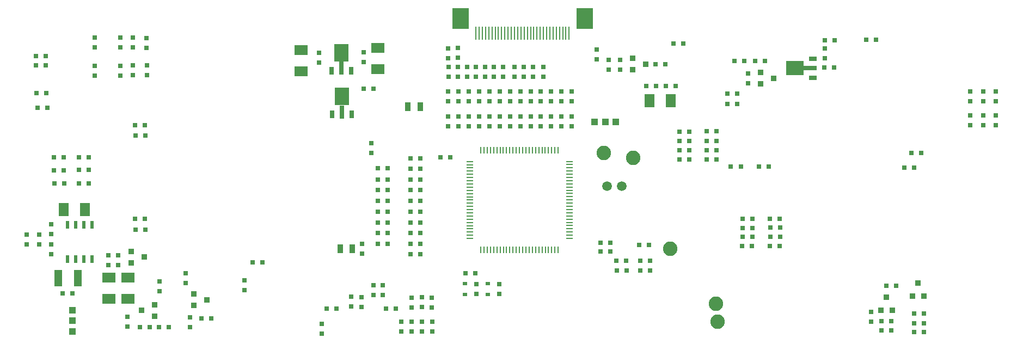
<source format=gtp>
G04 (created by PCBNEW-RS274X (2011-07-08 BZR 3044)-stable) date 27/07/2011 21:07:09*
G01*
G70*
G90*
%MOIN*%
G04 Gerber Fmt 3.4, Leading zero omitted, Abs format*
%FSLAX34Y34*%
G04 APERTURE LIST*
%ADD10C,0.006000*%
%ADD11R,0.035000X0.055000*%
%ADD12R,0.080000X0.060000*%
%ADD13R,0.025000X0.031500*%
%ADD14R,0.031500X0.025000*%
%ADD15R,0.060000X0.080000*%
%ADD16C,0.088600*%
%ADD17R,0.036000X0.036000*%
%ADD18R,0.040000X0.010000*%
%ADD19R,0.010000X0.040000*%
%ADD20R,0.010000X0.080000*%
%ADD21R,0.100000X0.130000*%
%ADD22R,0.027600X0.047200*%
%ADD23R,0.027600X0.078700*%
%ADD24R,0.086600X0.110300*%
%ADD25R,0.020000X0.045000*%
%ADD26R,0.050000X0.100000*%
%ADD27R,0.039400X0.039400*%
%ADD28R,0.047200X0.027600*%
%ADD29R,0.078700X0.027600*%
%ADD30R,0.110300X0.086600*%
%ADD31C,0.059100*%
%ADD32R,0.031500X0.023600*%
G04 APERTURE END LIST*
G54D10*
G54D11*
X34342Y-27756D03*
X33592Y-27756D03*
G54D12*
X31197Y-15590D03*
X31197Y-16890D03*
X35902Y-15472D03*
X35902Y-16772D03*
G54D11*
X38505Y-19065D03*
X37755Y-19065D03*
G54D13*
X36510Y-27450D03*
X35910Y-27450D03*
X36510Y-26800D03*
X35910Y-26800D03*
X36510Y-24832D03*
X35910Y-24832D03*
X36510Y-23523D03*
X35910Y-23523D03*
G54D14*
X35039Y-15713D03*
X35039Y-16313D03*
G54D13*
X36510Y-26151D03*
X35910Y-26151D03*
X36510Y-25491D03*
X35910Y-25491D03*
X36510Y-24173D03*
X35910Y-24173D03*
X36509Y-22815D03*
X35909Y-22815D03*
X50133Y-27392D03*
X49533Y-27392D03*
X51897Y-27539D03*
X52497Y-27539D03*
G54D14*
X32293Y-15753D03*
X32293Y-16353D03*
X34951Y-27476D03*
X34951Y-28076D03*
G54D13*
X49533Y-27933D03*
X50133Y-27933D03*
X38518Y-28090D03*
X37918Y-28090D03*
X35644Y-17953D03*
X35044Y-17953D03*
X15064Y-19144D03*
X15664Y-19144D03*
X59228Y-22740D03*
X59828Y-22740D03*
G54D14*
X37972Y-32231D03*
X37972Y-32831D03*
G54D13*
X51964Y-29085D03*
X52564Y-29085D03*
X14956Y-16535D03*
X15556Y-16535D03*
X53529Y-17795D03*
X54129Y-17795D03*
G54D14*
X38602Y-32231D03*
X38602Y-32831D03*
X39224Y-32231D03*
X39224Y-32831D03*
X46033Y-16629D03*
X46033Y-17229D03*
X44281Y-16619D03*
X44281Y-17219D03*
X43021Y-16620D03*
X43021Y-17220D03*
X41918Y-16620D03*
X41918Y-17220D03*
X43572Y-16620D03*
X43572Y-17220D03*
X42470Y-16620D03*
X42470Y-17220D03*
X41367Y-16620D03*
X41367Y-17220D03*
X45413Y-17219D03*
X45413Y-16619D03*
X44852Y-16629D03*
X44852Y-17229D03*
X35508Y-21294D03*
X35508Y-21894D03*
G54D13*
X37918Y-22224D03*
X38518Y-22224D03*
X38508Y-27450D03*
X37908Y-27450D03*
X38518Y-26151D03*
X37918Y-26151D03*
X38518Y-24832D03*
X37918Y-24832D03*
X38518Y-23523D03*
X37918Y-23523D03*
G54D14*
X38594Y-30743D03*
X38594Y-31343D03*
G54D13*
X38518Y-26800D03*
X37918Y-26800D03*
X38519Y-25491D03*
X37919Y-25491D03*
X38518Y-24173D03*
X37918Y-24173D03*
X38518Y-22873D03*
X37918Y-22873D03*
X57516Y-22736D03*
X58131Y-22736D03*
G54D14*
X37969Y-30747D03*
X37969Y-31347D03*
X39217Y-30747D03*
X39217Y-31347D03*
G54D13*
X50517Y-28484D03*
X51117Y-28484D03*
X50527Y-29085D03*
X51127Y-29085D03*
X52919Y-16466D03*
X53519Y-16466D03*
G54D14*
X50728Y-16796D03*
X50728Y-16196D03*
X49321Y-15576D03*
X49321Y-16176D03*
X40816Y-15478D03*
X40816Y-16078D03*
X40816Y-17220D03*
X40816Y-16620D03*
X40226Y-17219D03*
X40226Y-16619D03*
X40217Y-15487D03*
X40217Y-16087D03*
X40216Y-19661D03*
X40216Y-20261D03*
X41476Y-19661D03*
X41476Y-20261D03*
X42736Y-19661D03*
X42736Y-20261D03*
X43996Y-19661D03*
X43996Y-20261D03*
X40216Y-18146D03*
X40216Y-18746D03*
X41476Y-18145D03*
X41476Y-18745D03*
X42736Y-18145D03*
X42736Y-18745D03*
X43996Y-18145D03*
X43996Y-18745D03*
X40846Y-19661D03*
X40846Y-20261D03*
X42106Y-19661D03*
X42106Y-20261D03*
X43366Y-19661D03*
X43366Y-20261D03*
X44626Y-19661D03*
X44626Y-20261D03*
X40846Y-18145D03*
X40846Y-18745D03*
X42106Y-18145D03*
X42106Y-18745D03*
X43366Y-18145D03*
X43366Y-18745D03*
X44626Y-18145D03*
X44626Y-18745D03*
X47145Y-19661D03*
X47145Y-20261D03*
X45885Y-19661D03*
X45885Y-20261D03*
X47776Y-19661D03*
X47776Y-20261D03*
X46515Y-19661D03*
X46515Y-20261D03*
X45256Y-19661D03*
X45256Y-20261D03*
X47775Y-18145D03*
X47775Y-18745D03*
X46515Y-18145D03*
X46515Y-18745D03*
X45256Y-18145D03*
X45256Y-18745D03*
X47145Y-18145D03*
X47145Y-18745D03*
X45885Y-18145D03*
X45885Y-18745D03*
G54D13*
X52338Y-17805D03*
X52938Y-17805D03*
G54D15*
X52527Y-18701D03*
X53827Y-18701D03*
G54D13*
X14966Y-15965D03*
X15566Y-15965D03*
X15615Y-18228D03*
X15015Y-18228D03*
X67623Y-30039D03*
X67023Y-30039D03*
X68745Y-31742D03*
X69345Y-31742D03*
G54D14*
X66101Y-31629D03*
X66101Y-32229D03*
G54D13*
X66747Y-32756D03*
X67347Y-32756D03*
X68755Y-32323D03*
X69355Y-32323D03*
G54D16*
X53807Y-27764D03*
G54D13*
X68755Y-32874D03*
X69355Y-32874D03*
G54D17*
X69336Y-30666D03*
X68636Y-30666D03*
X68986Y-29866D03*
X67396Y-31542D03*
X66696Y-31542D03*
X67046Y-30742D03*
X51500Y-16806D03*
X51500Y-16106D03*
X52300Y-16456D03*
G54D13*
X19997Y-28150D03*
X19397Y-28150D03*
X19405Y-28772D03*
X20005Y-28772D03*
G54D17*
X20812Y-28618D03*
X20812Y-27918D03*
X21612Y-28268D03*
G54D13*
X57298Y-18278D03*
X57898Y-18278D03*
X57294Y-18898D03*
X57894Y-18898D03*
X54591Y-15201D03*
X53991Y-15201D03*
X52574Y-28484D03*
X51974Y-28484D03*
G54D14*
X73750Y-18145D03*
X73750Y-18745D03*
G54D18*
X41527Y-27134D03*
X41527Y-22414D03*
X41527Y-22614D03*
X41527Y-22804D03*
X41527Y-23004D03*
X41527Y-23204D03*
X41527Y-23394D03*
X41527Y-23594D03*
X41527Y-23794D03*
X41527Y-23984D03*
X41527Y-24184D03*
X41527Y-24384D03*
X41527Y-24584D03*
X41527Y-24774D03*
X41527Y-24974D03*
X41527Y-25174D03*
X41527Y-25364D03*
X41527Y-25564D03*
X41527Y-25764D03*
X41527Y-25954D03*
X41527Y-26154D03*
X41527Y-26354D03*
X41527Y-26544D03*
X41527Y-26744D03*
X41527Y-26944D03*
G54D19*
X42217Y-21724D03*
X46937Y-21724D03*
X46737Y-21724D03*
X46547Y-21724D03*
X46347Y-21724D03*
X46147Y-21724D03*
X45957Y-21724D03*
X45757Y-21724D03*
X45557Y-21724D03*
X45367Y-21724D03*
X45167Y-21724D03*
X44967Y-21724D03*
X44767Y-21724D03*
X44577Y-21724D03*
X44377Y-21724D03*
X44177Y-21724D03*
X43987Y-21724D03*
X43787Y-21724D03*
X43587Y-21724D03*
X43397Y-21724D03*
X43197Y-21724D03*
X42997Y-21724D03*
X42807Y-21724D03*
X42607Y-21724D03*
X42407Y-21724D03*
X42217Y-27824D03*
X42417Y-27824D03*
X42607Y-27824D03*
X42807Y-27824D03*
X43007Y-27824D03*
X43197Y-27824D03*
X43397Y-27824D03*
X43597Y-27824D03*
X43787Y-27824D03*
X43987Y-27824D03*
X44187Y-27824D03*
X44387Y-27824D03*
X44577Y-27824D03*
X44777Y-27824D03*
X44977Y-27824D03*
X45167Y-27824D03*
X45367Y-27824D03*
X45567Y-27824D03*
X45757Y-27824D03*
X45957Y-27824D03*
X46157Y-27824D03*
X46347Y-27824D03*
X46547Y-27824D03*
X46747Y-27824D03*
X46937Y-27824D03*
G54D18*
X47627Y-27134D03*
X47627Y-26934D03*
X47627Y-26744D03*
X47627Y-26544D03*
X47627Y-26344D03*
X47627Y-26154D03*
X47627Y-25954D03*
X47627Y-25754D03*
X47627Y-25564D03*
X47627Y-25364D03*
X47627Y-25164D03*
X47627Y-24964D03*
X47627Y-24774D03*
X47627Y-24574D03*
X47627Y-24374D03*
X47627Y-24184D03*
X47627Y-23984D03*
X47627Y-23784D03*
X47627Y-23594D03*
X47627Y-23394D03*
X47627Y-23194D03*
X47627Y-23004D03*
X47627Y-22804D03*
X47627Y-22604D03*
X47627Y-22414D03*
G54D20*
X43878Y-14548D03*
X44078Y-14548D03*
X44273Y-14548D03*
X44468Y-14548D03*
X44668Y-14548D03*
X44863Y-14548D03*
X45058Y-14548D03*
X45258Y-14548D03*
X45453Y-14548D03*
X45648Y-14548D03*
X43681Y-14548D03*
X45848Y-14548D03*
X46043Y-14548D03*
X43484Y-14548D03*
X47618Y-14548D03*
X46238Y-14548D03*
X46438Y-14548D03*
X46633Y-14548D03*
X46828Y-14548D03*
X47028Y-14548D03*
X47223Y-14548D03*
X47418Y-14548D03*
X43287Y-14548D03*
X43091Y-14548D03*
X42894Y-14548D03*
X42697Y-14548D03*
X42500Y-14548D03*
X42303Y-14548D03*
X42106Y-14548D03*
X41909Y-14548D03*
G54D21*
X48588Y-13668D03*
X40958Y-13668D03*
G54D22*
X33078Y-16854D03*
G54D23*
X33669Y-16697D03*
G54D22*
X34260Y-16854D03*
G54D24*
X33669Y-15752D03*
G54D22*
X33110Y-19537D03*
G54D23*
X33701Y-19380D03*
G54D22*
X34292Y-19537D03*
G54D24*
X33701Y-18435D03*
G54D16*
X49732Y-21909D03*
X51547Y-22205D03*
G54D13*
X16088Y-22972D03*
X16688Y-22972D03*
X16117Y-23750D03*
X16717Y-23750D03*
G54D14*
X72156Y-18125D03*
X72156Y-18725D03*
G54D13*
X16088Y-22175D03*
X16688Y-22175D03*
G54D14*
X72972Y-18135D03*
X72972Y-18735D03*
G54D13*
X17604Y-22943D03*
X18204Y-22943D03*
X17613Y-23750D03*
X18213Y-23750D03*
G54D14*
X72165Y-19611D03*
X72165Y-20211D03*
G54D13*
X17604Y-22175D03*
X18204Y-22175D03*
G54D14*
X72972Y-19611D03*
X72972Y-20211D03*
X73750Y-19611D03*
X73750Y-20211D03*
G54D13*
X40343Y-22154D03*
X39743Y-22154D03*
G54D14*
X15894Y-27483D03*
X15894Y-28083D03*
X15890Y-26247D03*
X15890Y-26847D03*
G54D25*
X16919Y-26296D03*
X16919Y-28396D03*
X17419Y-26296D03*
X17919Y-26296D03*
X18419Y-26296D03*
X17419Y-28396D03*
X17919Y-28396D03*
X18419Y-28396D03*
G54D15*
X16669Y-25358D03*
X17969Y-25358D03*
G54D13*
X16602Y-30488D03*
X17202Y-30488D03*
G54D14*
X15161Y-26885D03*
X15161Y-27485D03*
G54D26*
X16337Y-29571D03*
X17537Y-29571D03*
G54D14*
X24130Y-29859D03*
X24130Y-29259D03*
X20579Y-32540D03*
X20579Y-31940D03*
G54D13*
X23119Y-32551D03*
X22519Y-32551D03*
X21342Y-32551D03*
X21942Y-32551D03*
X25106Y-32020D03*
X25706Y-32020D03*
G54D14*
X24421Y-31976D03*
X24421Y-32576D03*
G54D17*
X24651Y-31240D03*
X24651Y-30540D03*
X25451Y-30890D03*
X22239Y-31189D03*
X22239Y-31889D03*
X21439Y-31539D03*
G54D12*
X20591Y-30839D03*
X20591Y-29539D03*
X19429Y-30839D03*
X19429Y-29539D03*
G54D13*
X36401Y-31421D03*
X37001Y-31421D03*
G54D14*
X32461Y-32969D03*
X32461Y-32369D03*
X37339Y-32831D03*
X37339Y-32231D03*
G54D13*
X33387Y-31445D03*
X32787Y-31445D03*
G54D14*
X36189Y-30583D03*
X36189Y-29983D03*
X35630Y-30580D03*
X35630Y-29980D03*
X34902Y-31320D03*
X34902Y-30720D03*
X34283Y-31312D03*
X34283Y-30712D03*
X50039Y-16192D03*
X50039Y-16792D03*
G54D16*
X56618Y-31114D03*
X56689Y-32244D03*
G54D27*
X17205Y-32173D03*
X17205Y-32813D03*
X17205Y-31533D03*
G54D14*
X58571Y-17027D03*
X58571Y-17627D03*
G54D13*
X54366Y-21153D03*
X54966Y-21153D03*
X54362Y-22291D03*
X54962Y-22291D03*
X58232Y-26480D03*
X58832Y-26480D03*
X58221Y-27586D03*
X58821Y-27586D03*
X54378Y-20582D03*
X54978Y-20582D03*
X54362Y-21724D03*
X54962Y-21724D03*
X58228Y-25917D03*
X58828Y-25917D03*
X58225Y-27031D03*
X58825Y-27031D03*
G54D14*
X20146Y-17150D03*
X20146Y-16550D03*
X21756Y-17146D03*
X21756Y-16546D03*
G54D13*
X21658Y-26598D03*
X21058Y-26598D03*
G54D14*
X18563Y-17158D03*
X18563Y-16558D03*
X20921Y-17139D03*
X20921Y-16539D03*
G54D13*
X21658Y-20835D03*
X21058Y-20835D03*
G54D14*
X18559Y-15434D03*
X18559Y-14834D03*
X20921Y-15434D03*
X20921Y-14834D03*
G54D13*
X21650Y-20205D03*
X21050Y-20205D03*
X56054Y-20578D03*
X56654Y-20578D03*
X56051Y-21728D03*
X56651Y-21728D03*
X59921Y-25916D03*
X60521Y-25916D03*
X59924Y-27035D03*
X60524Y-27035D03*
G54D14*
X20142Y-15434D03*
X20142Y-14834D03*
X21752Y-15454D03*
X21752Y-14854D03*
G54D13*
X21639Y-25933D03*
X21039Y-25933D03*
X56051Y-21149D03*
X56651Y-21149D03*
X56051Y-22287D03*
X56651Y-22287D03*
X59924Y-26476D03*
X60524Y-26476D03*
X59909Y-27590D03*
X60509Y-27590D03*
G54D28*
X62539Y-17296D03*
G54D29*
X62382Y-16705D03*
G54D28*
X62539Y-16114D03*
G54D30*
X61437Y-16705D03*
G54D14*
X63264Y-16107D03*
X63264Y-15507D03*
G54D13*
X63231Y-16665D03*
X63831Y-16665D03*
X58995Y-16272D03*
X59595Y-16272D03*
G54D17*
X59352Y-17673D03*
X59352Y-16973D03*
X60152Y-17323D03*
G54D27*
X49827Y-19980D03*
X49187Y-19980D03*
X50467Y-19980D03*
G54D13*
X65798Y-14969D03*
X66398Y-14969D03*
X63271Y-14988D03*
X63871Y-14988D03*
G54D31*
X49929Y-23933D03*
X50835Y-23937D03*
G54D14*
X43323Y-29928D03*
X43323Y-30528D03*
G54D13*
X41875Y-29260D03*
X41275Y-29260D03*
G54D14*
X41929Y-29917D03*
X41929Y-30517D03*
X27732Y-30304D03*
X27732Y-29704D03*
G54D13*
X69186Y-21894D03*
X68586Y-21894D03*
X28831Y-28598D03*
X28231Y-28598D03*
X68753Y-22780D03*
X68153Y-22780D03*
X67346Y-32205D03*
X66746Y-32205D03*
X58339Y-16276D03*
X57739Y-16276D03*
G54D32*
X42650Y-29893D03*
X42650Y-30563D03*
X41236Y-29893D03*
X41236Y-30563D03*
G54D14*
X14421Y-26885D03*
X14421Y-27485D03*
X22524Y-30367D03*
X22524Y-29767D03*
M02*

</source>
